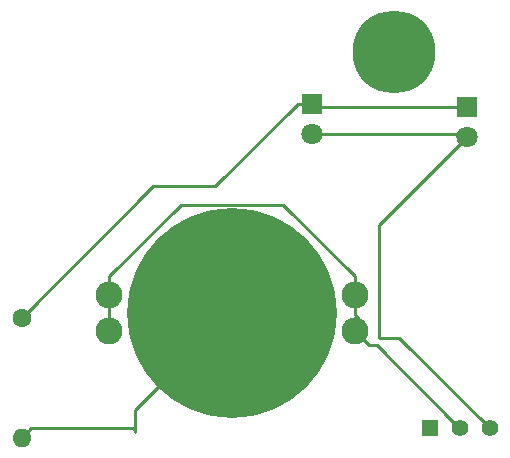
<source format=gbr>
G04 #@! TF.FileFunction,Copper,L2,Bot,Signal*
%FSLAX46Y46*%
G04 Gerber Fmt 4.6, Leading zero omitted, Abs format (unit mm)*
G04 Created by KiCad (PCBNEW 4.0.7) date 09/18/18 19:10:44*
%MOMM*%
%LPD*%
G01*
G04 APERTURE LIST*
%ADD10C,0.100000*%
%ADD11C,2.286000*%
%ADD12C,17.780000*%
%ADD13R,1.800000X1.800000*%
%ADD14C,1.800000*%
%ADD15C,1.600000*%
%ADD16O,1.600000X1.600000*%
%ADD17R,1.397000X1.397000*%
%ADD18C,1.397000*%
%ADD19C,7.000000*%
%ADD20C,0.250000*%
G04 APERTURE END LIST*
D10*
D11*
X138500000Y-121080000D03*
X117672000Y-121080000D03*
X138500000Y-118032000D03*
X117672000Y-118032000D03*
D12*
X128086000Y-119556000D03*
D13*
X134820000Y-101800000D03*
D14*
X134820000Y-104340000D03*
D13*
X147990000Y-102040000D03*
D14*
X147990000Y-104580000D03*
D15*
X110270000Y-119910000D03*
D16*
X110270000Y-130070000D03*
D17*
X144820000Y-129250000D03*
D18*
X147360000Y-129250000D03*
X149900000Y-129250000D03*
D19*
X141830000Y-97460000D03*
D20*
X138500000Y-121080000D02*
X139642999Y-122222999D01*
X139642999Y-122222999D02*
X140332999Y-122222999D01*
X140332999Y-122222999D02*
X146903501Y-128793501D01*
X138500000Y-119890000D02*
X138500000Y-121080000D01*
X138500000Y-119890000D02*
X138741554Y-119890000D01*
X138741554Y-119890000D02*
X138500000Y-119648446D01*
X138500000Y-119648446D02*
X138500000Y-118032000D01*
X117672000Y-118032000D02*
X117672000Y-116415554D01*
X117672000Y-116415554D02*
X123746555Y-110340999D01*
X138500000Y-116415554D02*
X138500000Y-118032000D01*
X123746555Y-110340999D02*
X132425445Y-110340999D01*
X132425445Y-110340999D02*
X138500000Y-116415554D01*
X117672000Y-118032000D02*
X117672000Y-119648446D01*
X117672000Y-119648446D02*
X117672000Y-121080000D01*
X119890000Y-129590000D02*
X119890000Y-129430000D01*
X119890000Y-129430000D02*
X119890000Y-127752000D01*
X110270000Y-130070000D02*
X111069999Y-129270001D01*
X111069999Y-129270001D02*
X119730001Y-129270001D01*
X119730001Y-129270001D02*
X119890000Y-129430000D01*
X119890000Y-127752000D02*
X128086000Y-119556000D01*
X134820000Y-101800000D02*
X133670000Y-101800000D01*
X133670000Y-101800000D02*
X126670000Y-108800000D01*
X121380000Y-108800000D02*
X110270000Y-119910000D01*
X126670000Y-108800000D02*
X121380000Y-108800000D01*
X147990000Y-102040000D02*
X135060000Y-102040000D01*
X135060000Y-102040000D02*
X134820000Y-101800000D01*
X140520000Y-121610000D02*
X142260000Y-121610000D01*
X142260000Y-121610000D02*
X149900000Y-129250000D01*
X147990000Y-104580000D02*
X140520000Y-112050000D01*
X140520000Y-112050000D02*
X140520000Y-121610000D01*
X134820000Y-104340000D02*
X147750000Y-104340000D01*
X147750000Y-104340000D02*
X147990000Y-104580000D01*
M02*

</source>
